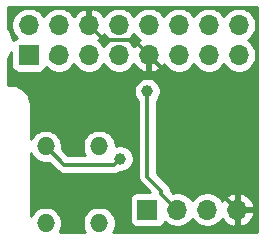
<source format=gbl>
%TF.GenerationSoftware,KiCad,Pcbnew,(5.1.9)-1*%
%TF.CreationDate,2021-04-17T17:11:03+05:30*%
%TF.ProjectId,pihat,70696861-742e-46b6-9963-61645f706362,rev?*%
%TF.SameCoordinates,Original*%
%TF.FileFunction,Copper,L2,Bot*%
%TF.FilePolarity,Positive*%
%FSLAX46Y46*%
G04 Gerber Fmt 4.6, Leading zero omitted, Abs format (unit mm)*
G04 Created by KiCad (PCBNEW (5.1.9)-1) date 2021-04-17 17:11:03*
%MOMM*%
%LPD*%
G01*
G04 APERTURE LIST*
%TA.AperFunction,ComponentPad*%
%ADD10R,1.700000X1.700000*%
%TD*%
%TA.AperFunction,ComponentPad*%
%ADD11O,1.700000X1.700000*%
%TD*%
%TA.AperFunction,ComponentPad*%
%ADD12O,1.524000X1.524000*%
%TD*%
%TA.AperFunction,ViaPad*%
%ADD13C,1.000000*%
%TD*%
%TA.AperFunction,Conductor*%
%ADD14C,0.300000*%
%TD*%
%TA.AperFunction,Conductor*%
%ADD15C,0.254000*%
%TD*%
%TA.AperFunction,Conductor*%
%ADD16C,0.100000*%
%TD*%
G04 APERTURE END LIST*
D10*
%TO.P,J1,1*%
%TO.N,/3v*%
X217424000Y-33909000D03*
D11*
%TO.P,J1,2*%
%TO.N,Net-(J1-Pad2)*%
X217424000Y-31369000D03*
%TO.P,J1,3*%
%TO.N,Net-(J1-Pad3)*%
X219964000Y-33909000D03*
%TO.P,J1,4*%
%TO.N,Net-(J1-Pad4)*%
X219964000Y-31369000D03*
%TO.P,J1,5*%
%TO.N,Net-(J1-Pad5)*%
X222504000Y-33909000D03*
%TO.P,J1,6*%
%TO.N,GND*%
X222504000Y-31369000D03*
%TO.P,J1,7*%
%TO.N,/pin7*%
X225044000Y-33909000D03*
%TO.P,J1,8*%
%TO.N,/button_input*%
X225044000Y-31369000D03*
%TO.P,J1,9*%
%TO.N,GND*%
X227584000Y-33909000D03*
%TO.P,J1,10*%
%TO.N,Net-(J1-Pad10)*%
X227584000Y-31369000D03*
%TO.P,J1,11*%
%TO.N,/pin11*%
X230124000Y-33909000D03*
%TO.P,J1,12*%
%TO.N,Net-(J1-Pad12)*%
X230124000Y-31369000D03*
%TO.P,J1,13*%
%TO.N,Net-(J1-Pad13)*%
X232664000Y-33909000D03*
%TO.P,J1,14*%
%TO.N,Net-(J1-Pad14)*%
X232664000Y-31369000D03*
%TO.P,J1,15*%
%TO.N,Net-(J1-Pad15)*%
X235204000Y-33909000D03*
%TO.P,J1,16*%
%TO.N,Net-(J1-Pad16)*%
X235204000Y-31369000D03*
%TD*%
D12*
%TO.P,SW1,1*%
%TO.N,/3v*%
X218846400Y-48133000D03*
X218846400Y-41630600D03*
%TO.P,SW1,2*%
%TO.N,/button_input*%
X223367600Y-48133000D03*
X223367600Y-41630600D03*
%TD*%
D10*
%TO.P,U1,1*%
%TO.N,/3v*%
X227457000Y-46990000D03*
D11*
%TO.P,U1,2*%
%TO.N,/pin11*%
X229997000Y-46990000D03*
%TO.P,U1,3*%
%TO.N,Net-(U1-Pad3)*%
X232537000Y-46990000D03*
%TO.P,U1,4*%
%TO.N,GND*%
X235077000Y-46990000D03*
%TD*%
D13*
%TO.N,GND*%
X232156000Y-40640000D03*
%TO.N,/3v*%
X225171000Y-42672000D03*
%TO.N,/pin11*%
X227457000Y-36957000D03*
%TD*%
D14*
%TO.N,GND*%
X232029000Y-40513000D02*
X232156000Y-40640000D01*
X230505000Y-40513000D02*
X232029000Y-40513000D01*
X230505000Y-44577000D02*
X230505000Y-40513000D01*
X232791000Y-44577000D02*
X230505000Y-44577000D01*
X233876999Y-45662999D02*
X232791000Y-44577000D01*
X233876999Y-45789999D02*
X235077000Y-46990000D01*
X233876999Y-45662999D02*
X233876999Y-45789999D01*
X230505000Y-36830000D02*
X227584000Y-33909000D01*
X230505000Y-40513000D02*
X230505000Y-36830000D01*
X222504000Y-31369000D02*
X223774000Y-32639000D01*
X226314000Y-32639000D02*
X227584000Y-33909000D01*
X223774000Y-32639000D02*
X226314000Y-32639000D01*
%TO.N,/3v*%
X220387799Y-43171999D02*
X218846400Y-41630600D01*
X224671001Y-43171999D02*
X220387799Y-43171999D01*
X225171000Y-42672000D02*
X224671001Y-43171999D01*
%TO.N,Net-(J1-Pad3)*%
X219329000Y-34163000D02*
X219329000Y-34226500D01*
%TO.N,/pin11*%
X228657001Y-45396001D02*
X227457000Y-44196000D01*
X227457000Y-44196000D02*
X227457000Y-36957000D01*
X228657001Y-45650001D02*
X229997000Y-46990000D01*
X228657001Y-45396001D02*
X228657001Y-45650001D01*
%TD*%
D15*
%TO.N,GND*%
X236703001Y-48862715D02*
X236702335Y-48869513D01*
X236697699Y-48870000D01*
X224555309Y-48870000D01*
X224605605Y-48794727D01*
X224710914Y-48540490D01*
X224764600Y-48270592D01*
X224764600Y-47995408D01*
X224710914Y-47725510D01*
X224605605Y-47471273D01*
X224452720Y-47242465D01*
X224258135Y-47047880D01*
X224029327Y-46894995D01*
X223775090Y-46789686D01*
X223505192Y-46736000D01*
X223230008Y-46736000D01*
X222960110Y-46789686D01*
X222705873Y-46894995D01*
X222477065Y-47047880D01*
X222282480Y-47242465D01*
X222129595Y-47471273D01*
X222024286Y-47725510D01*
X221970600Y-47995408D01*
X221970600Y-48270592D01*
X222024286Y-48540490D01*
X222129595Y-48794727D01*
X222179891Y-48870000D01*
X220034109Y-48870000D01*
X220084405Y-48794727D01*
X220189714Y-48540490D01*
X220243400Y-48270592D01*
X220243400Y-47995408D01*
X220189714Y-47725510D01*
X220084405Y-47471273D01*
X219931520Y-47242465D01*
X219736935Y-47047880D01*
X219508127Y-46894995D01*
X219253890Y-46789686D01*
X218983992Y-46736000D01*
X218708808Y-46736000D01*
X218438910Y-46789686D01*
X218184673Y-46894995D01*
X217955865Y-47047880D01*
X217761280Y-47242465D01*
X217608395Y-47471273D01*
X217576000Y-47549481D01*
X217576000Y-46140000D01*
X225968928Y-46140000D01*
X225968928Y-47840000D01*
X225981188Y-47964482D01*
X226017498Y-48084180D01*
X226076463Y-48194494D01*
X226155815Y-48291185D01*
X226252506Y-48370537D01*
X226362820Y-48429502D01*
X226482518Y-48465812D01*
X226607000Y-48478072D01*
X228307000Y-48478072D01*
X228431482Y-48465812D01*
X228551180Y-48429502D01*
X228661494Y-48370537D01*
X228758185Y-48291185D01*
X228837537Y-48194494D01*
X228896502Y-48084180D01*
X228918513Y-48011620D01*
X229050368Y-48143475D01*
X229293589Y-48305990D01*
X229563842Y-48417932D01*
X229850740Y-48475000D01*
X230143260Y-48475000D01*
X230430158Y-48417932D01*
X230700411Y-48305990D01*
X230943632Y-48143475D01*
X231150475Y-47936632D01*
X231267000Y-47762240D01*
X231383525Y-47936632D01*
X231590368Y-48143475D01*
X231833589Y-48305990D01*
X232103842Y-48417932D01*
X232390740Y-48475000D01*
X232683260Y-48475000D01*
X232970158Y-48417932D01*
X233240411Y-48305990D01*
X233483632Y-48143475D01*
X233690475Y-47936632D01*
X233812195Y-47754466D01*
X233881822Y-47871355D01*
X234076731Y-48087588D01*
X234310080Y-48261641D01*
X234572901Y-48386825D01*
X234720110Y-48431476D01*
X234950000Y-48310155D01*
X234950000Y-47117000D01*
X235204000Y-47117000D01*
X235204000Y-48310155D01*
X235433890Y-48431476D01*
X235581099Y-48386825D01*
X235843920Y-48261641D01*
X236077269Y-48087588D01*
X236272178Y-47871355D01*
X236421157Y-47621252D01*
X236518481Y-47346891D01*
X236397814Y-47117000D01*
X235204000Y-47117000D01*
X234950000Y-47117000D01*
X234930000Y-47117000D01*
X234930000Y-46863000D01*
X234950000Y-46863000D01*
X234950000Y-45669845D01*
X235204000Y-45669845D01*
X235204000Y-46863000D01*
X236397814Y-46863000D01*
X236518481Y-46633109D01*
X236421157Y-46358748D01*
X236272178Y-46108645D01*
X236077269Y-45892412D01*
X235843920Y-45718359D01*
X235581099Y-45593175D01*
X235433890Y-45548524D01*
X235204000Y-45669845D01*
X234950000Y-45669845D01*
X234720110Y-45548524D01*
X234572901Y-45593175D01*
X234310080Y-45718359D01*
X234076731Y-45892412D01*
X233881822Y-46108645D01*
X233812195Y-46225534D01*
X233690475Y-46043368D01*
X233483632Y-45836525D01*
X233240411Y-45674010D01*
X232970158Y-45562068D01*
X232683260Y-45505000D01*
X232390740Y-45505000D01*
X232103842Y-45562068D01*
X231833589Y-45674010D01*
X231590368Y-45836525D01*
X231383525Y-46043368D01*
X231267000Y-46217760D01*
X231150475Y-46043368D01*
X230943632Y-45836525D01*
X230700411Y-45674010D01*
X230430158Y-45562068D01*
X230143260Y-45505000D01*
X229850740Y-45505000D01*
X229660082Y-45542925D01*
X229438440Y-45321283D01*
X229438021Y-45317027D01*
X229430643Y-45242114D01*
X229385755Y-45094141D01*
X229384737Y-45092237D01*
X229312863Y-44957768D01*
X229214765Y-44838237D01*
X229184812Y-44813655D01*
X228242000Y-43870843D01*
X228242000Y-37777132D01*
X228338612Y-37680520D01*
X228462824Y-37494624D01*
X228548383Y-37288067D01*
X228592000Y-37068788D01*
X228592000Y-36845212D01*
X228548383Y-36625933D01*
X228462824Y-36419376D01*
X228338612Y-36233480D01*
X228180520Y-36075388D01*
X227994624Y-35951176D01*
X227788067Y-35865617D01*
X227568788Y-35822000D01*
X227345212Y-35822000D01*
X227125933Y-35865617D01*
X226919376Y-35951176D01*
X226733480Y-36075388D01*
X226575388Y-36233480D01*
X226451176Y-36419376D01*
X226365617Y-36625933D01*
X226322000Y-36845212D01*
X226322000Y-37068788D01*
X226365617Y-37288067D01*
X226451176Y-37494624D01*
X226575388Y-37680520D01*
X226672001Y-37777133D01*
X226672000Y-44157447D01*
X226668203Y-44196000D01*
X226672000Y-44234553D01*
X226672000Y-44234560D01*
X226683359Y-44349886D01*
X226728246Y-44497859D01*
X226801138Y-44634232D01*
X226899236Y-44753764D01*
X226929190Y-44778347D01*
X227652771Y-45501928D01*
X226607000Y-45501928D01*
X226482518Y-45514188D01*
X226362820Y-45550498D01*
X226252506Y-45609463D01*
X226155815Y-45688815D01*
X226076463Y-45785506D01*
X226017498Y-45895820D01*
X225981188Y-46015518D01*
X225968928Y-46140000D01*
X217576000Y-46140000D01*
X217576000Y-42214119D01*
X217608395Y-42292327D01*
X217761280Y-42521135D01*
X217955865Y-42715720D01*
X218184673Y-42868605D01*
X218438910Y-42973914D01*
X218708808Y-43027600D01*
X218983992Y-43027600D01*
X219108480Y-43002838D01*
X219805457Y-43699815D01*
X219830035Y-43729763D01*
X219859983Y-43754341D01*
X219859986Y-43754344D01*
X219871000Y-43763383D01*
X219949566Y-43827861D01*
X220085939Y-43900753D01*
X220199471Y-43935193D01*
X220233911Y-43945640D01*
X220248289Y-43947056D01*
X220349238Y-43956999D01*
X220349245Y-43956999D01*
X220387798Y-43960796D01*
X220426351Y-43956999D01*
X224632448Y-43956999D01*
X224671001Y-43960796D01*
X224709554Y-43956999D01*
X224709562Y-43956999D01*
X224824888Y-43945640D01*
X224972861Y-43900753D01*
X225109234Y-43827861D01*
X225134653Y-43807000D01*
X225282788Y-43807000D01*
X225502067Y-43763383D01*
X225708624Y-43677824D01*
X225894520Y-43553612D01*
X226052612Y-43395520D01*
X226176824Y-43209624D01*
X226262383Y-43003067D01*
X226306000Y-42783788D01*
X226306000Y-42560212D01*
X226262383Y-42340933D01*
X226176824Y-42134376D01*
X226052612Y-41948480D01*
X225894520Y-41790388D01*
X225708624Y-41666176D01*
X225502067Y-41580617D01*
X225282788Y-41537000D01*
X225059212Y-41537000D01*
X224839933Y-41580617D01*
X224764600Y-41611821D01*
X224764600Y-41493008D01*
X224710914Y-41223110D01*
X224605605Y-40968873D01*
X224452720Y-40740065D01*
X224258135Y-40545480D01*
X224029327Y-40392595D01*
X223775090Y-40287286D01*
X223505192Y-40233600D01*
X223230008Y-40233600D01*
X222960110Y-40287286D01*
X222705873Y-40392595D01*
X222477065Y-40545480D01*
X222282480Y-40740065D01*
X222129595Y-40968873D01*
X222024286Y-41223110D01*
X221970600Y-41493008D01*
X221970600Y-41768192D01*
X222024286Y-42038090D01*
X222129595Y-42292327D01*
X222192853Y-42386999D01*
X220712957Y-42386999D01*
X220218638Y-41892680D01*
X220243400Y-41768192D01*
X220243400Y-41493008D01*
X220189714Y-41223110D01*
X220084405Y-40968873D01*
X219931520Y-40740065D01*
X219736935Y-40545480D01*
X219508127Y-40392595D01*
X219253890Y-40287286D01*
X218983992Y-40233600D01*
X218708808Y-40233600D01*
X218438910Y-40287286D01*
X218184673Y-40392595D01*
X217955865Y-40545480D01*
X217761280Y-40740065D01*
X217608395Y-40968873D01*
X217576000Y-41047081D01*
X217576000Y-38067581D01*
X217573216Y-38039309D01*
X217573259Y-38033088D01*
X217572359Y-38023917D01*
X217551632Y-37826715D01*
X217539610Y-37768151D01*
X217528396Y-37709362D01*
X217525732Y-37700540D01*
X217467097Y-37511118D01*
X217443929Y-37456005D01*
X217421507Y-37400507D01*
X217417180Y-37392371D01*
X217322870Y-37217947D01*
X217289403Y-37168331D01*
X217256665Y-37118301D01*
X217250841Y-37111160D01*
X217124447Y-36958376D01*
X217082012Y-36916237D01*
X217040149Y-36873487D01*
X217033048Y-36867613D01*
X216879386Y-36742289D01*
X216829544Y-36709174D01*
X216780204Y-36675390D01*
X216772098Y-36671007D01*
X216597020Y-36577916D01*
X216541725Y-36555125D01*
X216486730Y-36531554D01*
X216477927Y-36528829D01*
X216288100Y-36471518D01*
X216229420Y-36459900D01*
X216170913Y-36447463D01*
X216161748Y-36446500D01*
X215964406Y-36427150D01*
X215964402Y-36427150D01*
X215932419Y-36424000D01*
X215646000Y-36424000D01*
X215646000Y-34197396D01*
X215821696Y-33934449D01*
X215935928Y-33658668D01*
X215935928Y-34759000D01*
X215948188Y-34883482D01*
X215984498Y-35003180D01*
X216043463Y-35113494D01*
X216122815Y-35210185D01*
X216219506Y-35289537D01*
X216329820Y-35348502D01*
X216449518Y-35384812D01*
X216574000Y-35397072D01*
X218274000Y-35397072D01*
X218398482Y-35384812D01*
X218518180Y-35348502D01*
X218628494Y-35289537D01*
X218725185Y-35210185D01*
X218804537Y-35113494D01*
X218863502Y-35003180D01*
X218885513Y-34930620D01*
X219017368Y-35062475D01*
X219260589Y-35224990D01*
X219530842Y-35336932D01*
X219817740Y-35394000D01*
X220110260Y-35394000D01*
X220397158Y-35336932D01*
X220667411Y-35224990D01*
X220910632Y-35062475D01*
X221117475Y-34855632D01*
X221234000Y-34681240D01*
X221350525Y-34855632D01*
X221557368Y-35062475D01*
X221800589Y-35224990D01*
X222070842Y-35336932D01*
X222357740Y-35394000D01*
X222650260Y-35394000D01*
X222937158Y-35336932D01*
X223207411Y-35224990D01*
X223450632Y-35062475D01*
X223657475Y-34855632D01*
X223774000Y-34681240D01*
X223890525Y-34855632D01*
X224097368Y-35062475D01*
X224340589Y-35224990D01*
X224610842Y-35336932D01*
X224897740Y-35394000D01*
X225190260Y-35394000D01*
X225477158Y-35336932D01*
X225747411Y-35224990D01*
X225990632Y-35062475D01*
X226197475Y-34855632D01*
X226319195Y-34673466D01*
X226388822Y-34790355D01*
X226583731Y-35006588D01*
X226817080Y-35180641D01*
X227079901Y-35305825D01*
X227227110Y-35350476D01*
X227457000Y-35229155D01*
X227457000Y-34036000D01*
X227437000Y-34036000D01*
X227437000Y-33782000D01*
X227457000Y-33782000D01*
X227457000Y-33762000D01*
X227711000Y-33762000D01*
X227711000Y-33782000D01*
X227731000Y-33782000D01*
X227731000Y-34036000D01*
X227711000Y-34036000D01*
X227711000Y-35229155D01*
X227940890Y-35350476D01*
X228088099Y-35305825D01*
X228350920Y-35180641D01*
X228584269Y-35006588D01*
X228779178Y-34790355D01*
X228848805Y-34673466D01*
X228970525Y-34855632D01*
X229177368Y-35062475D01*
X229420589Y-35224990D01*
X229690842Y-35336932D01*
X229977740Y-35394000D01*
X230270260Y-35394000D01*
X230557158Y-35336932D01*
X230827411Y-35224990D01*
X231070632Y-35062475D01*
X231277475Y-34855632D01*
X231394000Y-34681240D01*
X231510525Y-34855632D01*
X231717368Y-35062475D01*
X231960589Y-35224990D01*
X232230842Y-35336932D01*
X232517740Y-35394000D01*
X232810260Y-35394000D01*
X233097158Y-35336932D01*
X233367411Y-35224990D01*
X233610632Y-35062475D01*
X233817475Y-34855632D01*
X233934000Y-34681240D01*
X234050525Y-34855632D01*
X234257368Y-35062475D01*
X234500589Y-35224990D01*
X234770842Y-35336932D01*
X235057740Y-35394000D01*
X235350260Y-35394000D01*
X235637158Y-35336932D01*
X235907411Y-35224990D01*
X236150632Y-35062475D01*
X236357475Y-34855632D01*
X236519990Y-34612411D01*
X236631932Y-34342158D01*
X236689000Y-34055260D01*
X236689000Y-33762740D01*
X236631932Y-33475842D01*
X236519990Y-33205589D01*
X236357475Y-32962368D01*
X236150632Y-32755525D01*
X235976240Y-32639000D01*
X236150632Y-32522475D01*
X236357475Y-32315632D01*
X236519990Y-32072411D01*
X236631932Y-31802158D01*
X236689000Y-31515260D01*
X236689000Y-31222740D01*
X236631932Y-30935842D01*
X236519990Y-30665589D01*
X236357475Y-30422368D01*
X236150632Y-30215525D01*
X235907411Y-30053010D01*
X235637158Y-29941068D01*
X235350260Y-29884000D01*
X235057740Y-29884000D01*
X234770842Y-29941068D01*
X234500589Y-30053010D01*
X234257368Y-30215525D01*
X234050525Y-30422368D01*
X233934000Y-30596760D01*
X233817475Y-30422368D01*
X233610632Y-30215525D01*
X233367411Y-30053010D01*
X233097158Y-29941068D01*
X232810260Y-29884000D01*
X232517740Y-29884000D01*
X232230842Y-29941068D01*
X231960589Y-30053010D01*
X231717368Y-30215525D01*
X231510525Y-30422368D01*
X231394000Y-30596760D01*
X231277475Y-30422368D01*
X231070632Y-30215525D01*
X230827411Y-30053010D01*
X230557158Y-29941068D01*
X230270260Y-29884000D01*
X229977740Y-29884000D01*
X229690842Y-29941068D01*
X229420589Y-30053010D01*
X229177368Y-30215525D01*
X228970525Y-30422368D01*
X228854000Y-30596760D01*
X228737475Y-30422368D01*
X228530632Y-30215525D01*
X228287411Y-30053010D01*
X228017158Y-29941068D01*
X227730260Y-29884000D01*
X227437740Y-29884000D01*
X227150842Y-29941068D01*
X226880589Y-30053010D01*
X226637368Y-30215525D01*
X226430525Y-30422368D01*
X226314000Y-30596760D01*
X226197475Y-30422368D01*
X225990632Y-30215525D01*
X225747411Y-30053010D01*
X225477158Y-29941068D01*
X225190260Y-29884000D01*
X224897740Y-29884000D01*
X224610842Y-29941068D01*
X224340589Y-30053010D01*
X224097368Y-30215525D01*
X223890525Y-30422368D01*
X223768805Y-30604534D01*
X223699178Y-30487645D01*
X223504269Y-30271412D01*
X223270920Y-30097359D01*
X223008099Y-29972175D01*
X222860890Y-29927524D01*
X222631000Y-30048845D01*
X222631000Y-31242000D01*
X222651000Y-31242000D01*
X222651000Y-31496000D01*
X222631000Y-31496000D01*
X222631000Y-31516000D01*
X222377000Y-31516000D01*
X222377000Y-31496000D01*
X222357000Y-31496000D01*
X222357000Y-31242000D01*
X222377000Y-31242000D01*
X222377000Y-30048845D01*
X222147110Y-29927524D01*
X221999901Y-29972175D01*
X221737080Y-30097359D01*
X221503731Y-30271412D01*
X221308822Y-30487645D01*
X221239195Y-30604534D01*
X221117475Y-30422368D01*
X220910632Y-30215525D01*
X220667411Y-30053010D01*
X220397158Y-29941068D01*
X220110260Y-29884000D01*
X219817740Y-29884000D01*
X219530842Y-29941068D01*
X219260589Y-30053010D01*
X219017368Y-30215525D01*
X218810525Y-30422368D01*
X218694000Y-30596760D01*
X218577475Y-30422368D01*
X218370632Y-30215525D01*
X218127411Y-30053010D01*
X217857158Y-29941068D01*
X217570260Y-29884000D01*
X217277740Y-29884000D01*
X216990842Y-29941068D01*
X216720589Y-30053010D01*
X216477368Y-30215525D01*
X216270525Y-30422368D01*
X216108010Y-30665589D01*
X215996068Y-30935842D01*
X215939000Y-31222740D01*
X215939000Y-31515260D01*
X215996068Y-31802158D01*
X216108010Y-32072411D01*
X216270525Y-32315632D01*
X216402380Y-32447487D01*
X216329820Y-32469498D01*
X216219506Y-32528463D01*
X216122815Y-32607815D01*
X216070866Y-32671116D01*
X215987434Y-32251679D01*
X215821696Y-31851551D01*
X215646000Y-31588604D01*
X215646000Y-29870000D01*
X236703000Y-29870000D01*
X236703001Y-48862715D01*
%TA.AperFunction,Conductor*%
D16*
G36*
X236703001Y-48862715D02*
G01*
X236702335Y-48869513D01*
X236697699Y-48870000D01*
X224555309Y-48870000D01*
X224605605Y-48794727D01*
X224710914Y-48540490D01*
X224764600Y-48270592D01*
X224764600Y-47995408D01*
X224710914Y-47725510D01*
X224605605Y-47471273D01*
X224452720Y-47242465D01*
X224258135Y-47047880D01*
X224029327Y-46894995D01*
X223775090Y-46789686D01*
X223505192Y-46736000D01*
X223230008Y-46736000D01*
X222960110Y-46789686D01*
X222705873Y-46894995D01*
X222477065Y-47047880D01*
X222282480Y-47242465D01*
X222129595Y-47471273D01*
X222024286Y-47725510D01*
X221970600Y-47995408D01*
X221970600Y-48270592D01*
X222024286Y-48540490D01*
X222129595Y-48794727D01*
X222179891Y-48870000D01*
X220034109Y-48870000D01*
X220084405Y-48794727D01*
X220189714Y-48540490D01*
X220243400Y-48270592D01*
X220243400Y-47995408D01*
X220189714Y-47725510D01*
X220084405Y-47471273D01*
X219931520Y-47242465D01*
X219736935Y-47047880D01*
X219508127Y-46894995D01*
X219253890Y-46789686D01*
X218983992Y-46736000D01*
X218708808Y-46736000D01*
X218438910Y-46789686D01*
X218184673Y-46894995D01*
X217955865Y-47047880D01*
X217761280Y-47242465D01*
X217608395Y-47471273D01*
X217576000Y-47549481D01*
X217576000Y-46140000D01*
X225968928Y-46140000D01*
X225968928Y-47840000D01*
X225981188Y-47964482D01*
X226017498Y-48084180D01*
X226076463Y-48194494D01*
X226155815Y-48291185D01*
X226252506Y-48370537D01*
X226362820Y-48429502D01*
X226482518Y-48465812D01*
X226607000Y-48478072D01*
X228307000Y-48478072D01*
X228431482Y-48465812D01*
X228551180Y-48429502D01*
X228661494Y-48370537D01*
X228758185Y-48291185D01*
X228837537Y-48194494D01*
X228896502Y-48084180D01*
X228918513Y-48011620D01*
X229050368Y-48143475D01*
X229293589Y-48305990D01*
X229563842Y-48417932D01*
X229850740Y-48475000D01*
X230143260Y-48475000D01*
X230430158Y-48417932D01*
X230700411Y-48305990D01*
X230943632Y-48143475D01*
X231150475Y-47936632D01*
X231267000Y-47762240D01*
X231383525Y-47936632D01*
X231590368Y-48143475D01*
X231833589Y-48305990D01*
X232103842Y-48417932D01*
X232390740Y-48475000D01*
X232683260Y-48475000D01*
X232970158Y-48417932D01*
X233240411Y-48305990D01*
X233483632Y-48143475D01*
X233690475Y-47936632D01*
X233812195Y-47754466D01*
X233881822Y-47871355D01*
X234076731Y-48087588D01*
X234310080Y-48261641D01*
X234572901Y-48386825D01*
X234720110Y-48431476D01*
X234950000Y-48310155D01*
X234950000Y-47117000D01*
X235204000Y-47117000D01*
X235204000Y-48310155D01*
X235433890Y-48431476D01*
X235581099Y-48386825D01*
X235843920Y-48261641D01*
X236077269Y-48087588D01*
X236272178Y-47871355D01*
X236421157Y-47621252D01*
X236518481Y-47346891D01*
X236397814Y-47117000D01*
X235204000Y-47117000D01*
X234950000Y-47117000D01*
X234930000Y-47117000D01*
X234930000Y-46863000D01*
X234950000Y-46863000D01*
X234950000Y-45669845D01*
X235204000Y-45669845D01*
X235204000Y-46863000D01*
X236397814Y-46863000D01*
X236518481Y-46633109D01*
X236421157Y-46358748D01*
X236272178Y-46108645D01*
X236077269Y-45892412D01*
X235843920Y-45718359D01*
X235581099Y-45593175D01*
X235433890Y-45548524D01*
X235204000Y-45669845D01*
X234950000Y-45669845D01*
X234720110Y-45548524D01*
X234572901Y-45593175D01*
X234310080Y-45718359D01*
X234076731Y-45892412D01*
X233881822Y-46108645D01*
X233812195Y-46225534D01*
X233690475Y-46043368D01*
X233483632Y-45836525D01*
X233240411Y-45674010D01*
X232970158Y-45562068D01*
X232683260Y-45505000D01*
X232390740Y-45505000D01*
X232103842Y-45562068D01*
X231833589Y-45674010D01*
X231590368Y-45836525D01*
X231383525Y-46043368D01*
X231267000Y-46217760D01*
X231150475Y-46043368D01*
X230943632Y-45836525D01*
X230700411Y-45674010D01*
X230430158Y-45562068D01*
X230143260Y-45505000D01*
X229850740Y-45505000D01*
X229660082Y-45542925D01*
X229438440Y-45321283D01*
X229438021Y-45317027D01*
X229430643Y-45242114D01*
X229385755Y-45094141D01*
X229384737Y-45092237D01*
X229312863Y-44957768D01*
X229214765Y-44838237D01*
X229184812Y-44813655D01*
X228242000Y-43870843D01*
X228242000Y-37777132D01*
X228338612Y-37680520D01*
X228462824Y-37494624D01*
X228548383Y-37288067D01*
X228592000Y-37068788D01*
X228592000Y-36845212D01*
X228548383Y-36625933D01*
X228462824Y-36419376D01*
X228338612Y-36233480D01*
X228180520Y-36075388D01*
X227994624Y-35951176D01*
X227788067Y-35865617D01*
X227568788Y-35822000D01*
X227345212Y-35822000D01*
X227125933Y-35865617D01*
X226919376Y-35951176D01*
X226733480Y-36075388D01*
X226575388Y-36233480D01*
X226451176Y-36419376D01*
X226365617Y-36625933D01*
X226322000Y-36845212D01*
X226322000Y-37068788D01*
X226365617Y-37288067D01*
X226451176Y-37494624D01*
X226575388Y-37680520D01*
X226672001Y-37777133D01*
X226672000Y-44157447D01*
X226668203Y-44196000D01*
X226672000Y-44234553D01*
X226672000Y-44234560D01*
X226683359Y-44349886D01*
X226728246Y-44497859D01*
X226801138Y-44634232D01*
X226899236Y-44753764D01*
X226929190Y-44778347D01*
X227652771Y-45501928D01*
X226607000Y-45501928D01*
X226482518Y-45514188D01*
X226362820Y-45550498D01*
X226252506Y-45609463D01*
X226155815Y-45688815D01*
X226076463Y-45785506D01*
X226017498Y-45895820D01*
X225981188Y-46015518D01*
X225968928Y-46140000D01*
X217576000Y-46140000D01*
X217576000Y-42214119D01*
X217608395Y-42292327D01*
X217761280Y-42521135D01*
X217955865Y-42715720D01*
X218184673Y-42868605D01*
X218438910Y-42973914D01*
X218708808Y-43027600D01*
X218983992Y-43027600D01*
X219108480Y-43002838D01*
X219805457Y-43699815D01*
X219830035Y-43729763D01*
X219859983Y-43754341D01*
X219859986Y-43754344D01*
X219871000Y-43763383D01*
X219949566Y-43827861D01*
X220085939Y-43900753D01*
X220199471Y-43935193D01*
X220233911Y-43945640D01*
X220248289Y-43947056D01*
X220349238Y-43956999D01*
X220349245Y-43956999D01*
X220387798Y-43960796D01*
X220426351Y-43956999D01*
X224632448Y-43956999D01*
X224671001Y-43960796D01*
X224709554Y-43956999D01*
X224709562Y-43956999D01*
X224824888Y-43945640D01*
X224972861Y-43900753D01*
X225109234Y-43827861D01*
X225134653Y-43807000D01*
X225282788Y-43807000D01*
X225502067Y-43763383D01*
X225708624Y-43677824D01*
X225894520Y-43553612D01*
X226052612Y-43395520D01*
X226176824Y-43209624D01*
X226262383Y-43003067D01*
X226306000Y-42783788D01*
X226306000Y-42560212D01*
X226262383Y-42340933D01*
X226176824Y-42134376D01*
X226052612Y-41948480D01*
X225894520Y-41790388D01*
X225708624Y-41666176D01*
X225502067Y-41580617D01*
X225282788Y-41537000D01*
X225059212Y-41537000D01*
X224839933Y-41580617D01*
X224764600Y-41611821D01*
X224764600Y-41493008D01*
X224710914Y-41223110D01*
X224605605Y-40968873D01*
X224452720Y-40740065D01*
X224258135Y-40545480D01*
X224029327Y-40392595D01*
X223775090Y-40287286D01*
X223505192Y-40233600D01*
X223230008Y-40233600D01*
X222960110Y-40287286D01*
X222705873Y-40392595D01*
X222477065Y-40545480D01*
X222282480Y-40740065D01*
X222129595Y-40968873D01*
X222024286Y-41223110D01*
X221970600Y-41493008D01*
X221970600Y-41768192D01*
X222024286Y-42038090D01*
X222129595Y-42292327D01*
X222192853Y-42386999D01*
X220712957Y-42386999D01*
X220218638Y-41892680D01*
X220243400Y-41768192D01*
X220243400Y-41493008D01*
X220189714Y-41223110D01*
X220084405Y-40968873D01*
X219931520Y-40740065D01*
X219736935Y-40545480D01*
X219508127Y-40392595D01*
X219253890Y-40287286D01*
X218983992Y-40233600D01*
X218708808Y-40233600D01*
X218438910Y-40287286D01*
X218184673Y-40392595D01*
X217955865Y-40545480D01*
X217761280Y-40740065D01*
X217608395Y-40968873D01*
X217576000Y-41047081D01*
X217576000Y-38067581D01*
X217573216Y-38039309D01*
X217573259Y-38033088D01*
X217572359Y-38023917D01*
X217551632Y-37826715D01*
X217539610Y-37768151D01*
X217528396Y-37709362D01*
X217525732Y-37700540D01*
X217467097Y-37511118D01*
X217443929Y-37456005D01*
X217421507Y-37400507D01*
X217417180Y-37392371D01*
X217322870Y-37217947D01*
X217289403Y-37168331D01*
X217256665Y-37118301D01*
X217250841Y-37111160D01*
X217124447Y-36958376D01*
X217082012Y-36916237D01*
X217040149Y-36873487D01*
X217033048Y-36867613D01*
X216879386Y-36742289D01*
X216829544Y-36709174D01*
X216780204Y-36675390D01*
X216772098Y-36671007D01*
X216597020Y-36577916D01*
X216541725Y-36555125D01*
X216486730Y-36531554D01*
X216477927Y-36528829D01*
X216288100Y-36471518D01*
X216229420Y-36459900D01*
X216170913Y-36447463D01*
X216161748Y-36446500D01*
X215964406Y-36427150D01*
X215964402Y-36427150D01*
X215932419Y-36424000D01*
X215646000Y-36424000D01*
X215646000Y-34197396D01*
X215821696Y-33934449D01*
X215935928Y-33658668D01*
X215935928Y-34759000D01*
X215948188Y-34883482D01*
X215984498Y-35003180D01*
X216043463Y-35113494D01*
X216122815Y-35210185D01*
X216219506Y-35289537D01*
X216329820Y-35348502D01*
X216449518Y-35384812D01*
X216574000Y-35397072D01*
X218274000Y-35397072D01*
X218398482Y-35384812D01*
X218518180Y-35348502D01*
X218628494Y-35289537D01*
X218725185Y-35210185D01*
X218804537Y-35113494D01*
X218863502Y-35003180D01*
X218885513Y-34930620D01*
X219017368Y-35062475D01*
X219260589Y-35224990D01*
X219530842Y-35336932D01*
X219817740Y-35394000D01*
X220110260Y-35394000D01*
X220397158Y-35336932D01*
X220667411Y-35224990D01*
X220910632Y-35062475D01*
X221117475Y-34855632D01*
X221234000Y-34681240D01*
X221350525Y-34855632D01*
X221557368Y-35062475D01*
X221800589Y-35224990D01*
X222070842Y-35336932D01*
X222357740Y-35394000D01*
X222650260Y-35394000D01*
X222937158Y-35336932D01*
X223207411Y-35224990D01*
X223450632Y-35062475D01*
X223657475Y-34855632D01*
X223774000Y-34681240D01*
X223890525Y-34855632D01*
X224097368Y-35062475D01*
X224340589Y-35224990D01*
X224610842Y-35336932D01*
X224897740Y-35394000D01*
X225190260Y-35394000D01*
X225477158Y-35336932D01*
X225747411Y-35224990D01*
X225990632Y-35062475D01*
X226197475Y-34855632D01*
X226319195Y-34673466D01*
X226388822Y-34790355D01*
X226583731Y-35006588D01*
X226817080Y-35180641D01*
X227079901Y-35305825D01*
X227227110Y-35350476D01*
X227457000Y-35229155D01*
X227457000Y-34036000D01*
X227437000Y-34036000D01*
X227437000Y-33782000D01*
X227457000Y-33782000D01*
X227457000Y-33762000D01*
X227711000Y-33762000D01*
X227711000Y-33782000D01*
X227731000Y-33782000D01*
X227731000Y-34036000D01*
X227711000Y-34036000D01*
X227711000Y-35229155D01*
X227940890Y-35350476D01*
X228088099Y-35305825D01*
X228350920Y-35180641D01*
X228584269Y-35006588D01*
X228779178Y-34790355D01*
X228848805Y-34673466D01*
X228970525Y-34855632D01*
X229177368Y-35062475D01*
X229420589Y-35224990D01*
X229690842Y-35336932D01*
X229977740Y-35394000D01*
X230270260Y-35394000D01*
X230557158Y-35336932D01*
X230827411Y-35224990D01*
X231070632Y-35062475D01*
X231277475Y-34855632D01*
X231394000Y-34681240D01*
X231510525Y-34855632D01*
X231717368Y-35062475D01*
X231960589Y-35224990D01*
X232230842Y-35336932D01*
X232517740Y-35394000D01*
X232810260Y-35394000D01*
X233097158Y-35336932D01*
X233367411Y-35224990D01*
X233610632Y-35062475D01*
X233817475Y-34855632D01*
X233934000Y-34681240D01*
X234050525Y-34855632D01*
X234257368Y-35062475D01*
X234500589Y-35224990D01*
X234770842Y-35336932D01*
X235057740Y-35394000D01*
X235350260Y-35394000D01*
X235637158Y-35336932D01*
X235907411Y-35224990D01*
X236150632Y-35062475D01*
X236357475Y-34855632D01*
X236519990Y-34612411D01*
X236631932Y-34342158D01*
X236689000Y-34055260D01*
X236689000Y-33762740D01*
X236631932Y-33475842D01*
X236519990Y-33205589D01*
X236357475Y-32962368D01*
X236150632Y-32755525D01*
X235976240Y-32639000D01*
X236150632Y-32522475D01*
X236357475Y-32315632D01*
X236519990Y-32072411D01*
X236631932Y-31802158D01*
X236689000Y-31515260D01*
X236689000Y-31222740D01*
X236631932Y-30935842D01*
X236519990Y-30665589D01*
X236357475Y-30422368D01*
X236150632Y-30215525D01*
X235907411Y-30053010D01*
X235637158Y-29941068D01*
X235350260Y-29884000D01*
X235057740Y-29884000D01*
X234770842Y-29941068D01*
X234500589Y-30053010D01*
X234257368Y-30215525D01*
X234050525Y-30422368D01*
X233934000Y-30596760D01*
X233817475Y-30422368D01*
X233610632Y-30215525D01*
X233367411Y-30053010D01*
X233097158Y-29941068D01*
X232810260Y-29884000D01*
X232517740Y-29884000D01*
X232230842Y-29941068D01*
X231960589Y-30053010D01*
X231717368Y-30215525D01*
X231510525Y-30422368D01*
X231394000Y-30596760D01*
X231277475Y-30422368D01*
X231070632Y-30215525D01*
X230827411Y-30053010D01*
X230557158Y-29941068D01*
X230270260Y-29884000D01*
X229977740Y-29884000D01*
X229690842Y-29941068D01*
X229420589Y-30053010D01*
X229177368Y-30215525D01*
X228970525Y-30422368D01*
X228854000Y-30596760D01*
X228737475Y-30422368D01*
X228530632Y-30215525D01*
X228287411Y-30053010D01*
X228017158Y-29941068D01*
X227730260Y-29884000D01*
X227437740Y-29884000D01*
X227150842Y-29941068D01*
X226880589Y-30053010D01*
X226637368Y-30215525D01*
X226430525Y-30422368D01*
X226314000Y-30596760D01*
X226197475Y-30422368D01*
X225990632Y-30215525D01*
X225747411Y-30053010D01*
X225477158Y-29941068D01*
X225190260Y-29884000D01*
X224897740Y-29884000D01*
X224610842Y-29941068D01*
X224340589Y-30053010D01*
X224097368Y-30215525D01*
X223890525Y-30422368D01*
X223768805Y-30604534D01*
X223699178Y-30487645D01*
X223504269Y-30271412D01*
X223270920Y-30097359D01*
X223008099Y-29972175D01*
X222860890Y-29927524D01*
X222631000Y-30048845D01*
X222631000Y-31242000D01*
X222651000Y-31242000D01*
X222651000Y-31496000D01*
X222631000Y-31496000D01*
X222631000Y-31516000D01*
X222377000Y-31516000D01*
X222377000Y-31496000D01*
X222357000Y-31496000D01*
X222357000Y-31242000D01*
X222377000Y-31242000D01*
X222377000Y-30048845D01*
X222147110Y-29927524D01*
X221999901Y-29972175D01*
X221737080Y-30097359D01*
X221503731Y-30271412D01*
X221308822Y-30487645D01*
X221239195Y-30604534D01*
X221117475Y-30422368D01*
X220910632Y-30215525D01*
X220667411Y-30053010D01*
X220397158Y-29941068D01*
X220110260Y-29884000D01*
X219817740Y-29884000D01*
X219530842Y-29941068D01*
X219260589Y-30053010D01*
X219017368Y-30215525D01*
X218810525Y-30422368D01*
X218694000Y-30596760D01*
X218577475Y-30422368D01*
X218370632Y-30215525D01*
X218127411Y-30053010D01*
X217857158Y-29941068D01*
X217570260Y-29884000D01*
X217277740Y-29884000D01*
X216990842Y-29941068D01*
X216720589Y-30053010D01*
X216477368Y-30215525D01*
X216270525Y-30422368D01*
X216108010Y-30665589D01*
X215996068Y-30935842D01*
X215939000Y-31222740D01*
X215939000Y-31515260D01*
X215996068Y-31802158D01*
X216108010Y-32072411D01*
X216270525Y-32315632D01*
X216402380Y-32447487D01*
X216329820Y-32469498D01*
X216219506Y-32528463D01*
X216122815Y-32607815D01*
X216070866Y-32671116D01*
X215987434Y-32251679D01*
X215821696Y-31851551D01*
X215646000Y-31588604D01*
X215646000Y-29870000D01*
X236703000Y-29870000D01*
X236703001Y-48862715D01*
G37*
%TD.AperFunction*%
D15*
X226430525Y-32315632D02*
X226637368Y-32522475D01*
X226813406Y-32640100D01*
X226583731Y-32811412D01*
X226388822Y-33027645D01*
X226319195Y-33144534D01*
X226197475Y-32962368D01*
X225990632Y-32755525D01*
X225816240Y-32639000D01*
X225990632Y-32522475D01*
X226197475Y-32315632D01*
X226314000Y-32141240D01*
X226430525Y-32315632D01*
%TA.AperFunction,Conductor*%
D16*
G36*
X226430525Y-32315632D02*
G01*
X226637368Y-32522475D01*
X226813406Y-32640100D01*
X226583731Y-32811412D01*
X226388822Y-33027645D01*
X226319195Y-33144534D01*
X226197475Y-32962368D01*
X225990632Y-32755525D01*
X225816240Y-32639000D01*
X225990632Y-32522475D01*
X226197475Y-32315632D01*
X226314000Y-32141240D01*
X226430525Y-32315632D01*
G37*
%TD.AperFunction*%
D15*
X223890525Y-32315632D02*
X224097368Y-32522475D01*
X224271760Y-32639000D01*
X224097368Y-32755525D01*
X223890525Y-32962368D01*
X223774000Y-33136760D01*
X223657475Y-32962368D01*
X223450632Y-32755525D01*
X223274594Y-32637900D01*
X223504269Y-32466588D01*
X223699178Y-32250355D01*
X223768805Y-32133466D01*
X223890525Y-32315632D01*
%TA.AperFunction,Conductor*%
D16*
G36*
X223890525Y-32315632D02*
G01*
X224097368Y-32522475D01*
X224271760Y-32639000D01*
X224097368Y-32755525D01*
X223890525Y-32962368D01*
X223774000Y-33136760D01*
X223657475Y-32962368D01*
X223450632Y-32755525D01*
X223274594Y-32637900D01*
X223504269Y-32466588D01*
X223699178Y-32250355D01*
X223768805Y-32133466D01*
X223890525Y-32315632D01*
G37*
%TD.AperFunction*%
%TD*%
M02*

</source>
